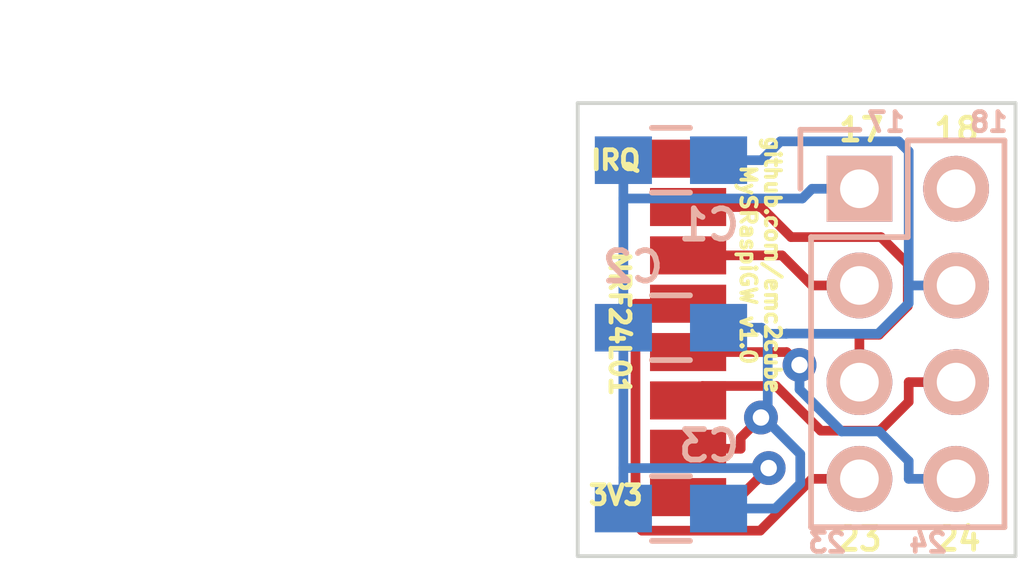
<source format=kicad_pcb>

(kicad_pcb
  (version 4)
  (host pcbnew 4.0.2-stable)
  (general
    (links 13)
    (no_connects 0)
    (area 53.949999 34.049999 65.550001 46.050001)
    (thickness 1.6002)
    (drawings 16)
    (tracks 72)
    (zones 0)
    (modules 5)
    (nets 10))
  (page A4)
  (layers
    (0 Top signal)
    (31 Bottom signal)
    (32 B.Adhes user)
    (33 F.Adhes user)
    (34 B.Paste user)
    (35 F.Paste user)
    (36 B.SilkS user)
    (37 F.SilkS user)
    (38 B.Mask user)
    (39 F.Mask user)
    (40 Dwgs.User user)
    (41 Cmts.User user)
    (42 Eco1.User user)
    (43 Eco2.User user)
    (44 Edge.Cuts user)
    (45 Margin user)
    (46 B.CrtYd user)
    (47 F.CrtYd user)
    (48 B.Fab user)
    (49 F.Fab user))
  (setup
    (last_trace_width 0.254)
    (trace_clearance 0.254)
    (zone_clearance 0.508)
    (zone_45_only no)
    (trace_min 0.1524)
    (segment_width 0.2)
    (edge_width 0.1)
    (via_size 0.889)
    (via_drill 0.4318)
    (via_min_size 0.6858)
    (via_min_drill 0.3302)
    (uvia_size 0.762)
    (uvia_drill 0.508)
    (uvias_allowed no)
    (uvia_min_size 0)
    (uvia_min_drill 0)
    (pcb_text_width 0.3)
    (pcb_text_size 1.5 1.5)
    (mod_edge_width 0.15)
    (mod_text_size 1 1)
    (mod_text_width 0.15)
    (pad_size 1 2)
    (pad_drill 0)
    (pad_to_mask_clearance 0)
    (aux_axis_origin 0 0)
    (visible_elements FFFFFFFF)
    (pcbplotparams
      (layerselection 0x010f0_80000001)
      (usegerberextensions true)
      (excludeedgelayer true)
      (linewidth 0.1)
      (plotframeref false)
      (viasonmask false)
      (mode 1)
      (useauxorigin false)
      (hpglpennumber 1)
      (hpglpenspeed 20)
      (hpglpendiameter 15)
      (hpglpenoverlay 2)
      (psnegative false)
      (psa4output false)
      (plotreference true)
      (plotvalue true)
      (plotinvisibletext false)
      (padsonsilk false)
      (subtractmaskfromsilk false)
      (outputformat 1)
      (mirror false)
      (drillshape 0)
      (scaleselection 1)
      (outputdirectory "")))
  (net 0 "")
  (net 1 +3V3)
  (net 2 GND)
  (net 3 MOSI)
  (net 4 MISO)
  (net 5 CE)
  (net 6 SCK)
  (net 7 CSN)
  (net 8 "Net-(U1-Pad8)")
  (net 9 "Net-(P1-Pad2)")
  (net_class Default "Ceci est la Netclass par défaut"
    (clearance 0.254)
    (trace_width 0.254)
    (via_dia 0.889)
    (via_drill 0.4318)
    (uvia_dia 0.762)
    (uvia_drill 0.508)
    (add_net +3V3)
    (add_net CE)
    (add_net CSN)
    (add_net GND)
    (add_net MISO)
    (add_net MOSI)
    (add_net "Net-(P1-Pad2)")
    (add_net "Net-(U1-Pad8)")
    (add_net SCK))
  (net_class VCC ""
    (clearance 0.3048)
    (trace_width 0.508)
    (via_dia 1.143)
    (via_drill 0.635)
    (uvia_dia 0.762)
    (uvia_drill 0.508))
  (module Capacitors_SMD:C_0805_HandSoldering
    (layer Bottom)
    (tedit 574AADBC)
    (tstamp 573AD2DE)
    (at 56.45 35.6)
    (descr "Capacitor SMD 0805, hand soldering")
    (tags "capacitor 0805")
    (path /573AD2DF)
    (attr smd)
    (fp_text reference C1
      (at 1 1.7)
      (layer B.SilkS)
      (effects
        (font
          (size 0.8 0.8)
          (thickness 0.15))
        (justify mirror)))
    (fp_text value 0.1µF
      (at 0 -2.1)
      (layer B.Fab)
      (effects
        (font
          (size 1 1)
          (thickness 0.15))
        (justify mirror)))
    (fp_line
      (start -2.3 1)
      (end 2.3 1)
      (layer B.CrtYd)
      (width 0.05))
    (fp_line
      (start -2.3 -1)
      (end 2.3 -1)
      (layer B.CrtYd)
      (width 0.05))
    (fp_line
      (start -2.3 1)
      (end -2.3 -1)
      (layer B.CrtYd)
      (width 0.05))
    (fp_line
      (start 2.3 1)
      (end 2.3 -1)
      (layer B.CrtYd)
      (width 0.05))
    (fp_line
      (start 0.5 0.85)
      (end -0.5 0.85)
      (layer B.SilkS)
      (width 0.15))
    (fp_line
      (start -0.5 -0.85)
      (end 0.5 -0.85)
      (layer B.SilkS)
      (width 0.15))
    (pad 1 smd rect
      (at -1.25 0)
      (size 1.5 1.25)
      (layers Bottom B.Paste B.Mask)
      (net 1 +3V3))
    (pad 2 smd rect
      (at 1.25 0)
      (size 1.5 1.25)
      (layers Bottom B.Paste B.Mask)
      (net 2 GND))
    (model Capacitors_SMD.3dshapes/C_0805_HandSoldering.wrl
      (at
        (xyz 0 0 0))
      (scale
        (xyz 1 1 1))
      (rotate
        (xyz 0 0 0))))
  (module Capacitors_SMD:C_0805_HandSoldering
    (layer Bottom)
    (tedit 574AADD1)
    (tstamp 573AD2E4)
    (at 56.45 40)
    (descr "Capacitor SMD 0805, hand soldering")
    (tags "capacitor 0805")
    (path /5701C54D)
    (attr smd)
    (fp_text reference C2
      (at -1 -1.6)
      (layer B.SilkS)
      (effects
        (font
          (size 0.8 0.8)
          (thickness 0.15))
        (justify mirror)))
    (fp_text value 4.7µF
      (at 0 -2.1)
      (layer B.Fab)
      (effects
        (font
          (size 1 1)
          (thickness 0.15))
        (justify mirror)))
    (fp_line
      (start -2.3 1)
      (end 2.3 1)
      (layer B.CrtYd)
      (width 0.05))
    (fp_line
      (start -2.3 -1)
      (end 2.3 -1)
      (layer B.CrtYd)
      (width 0.05))
    (fp_line
      (start -2.3 1)
      (end -2.3 -1)
      (layer B.CrtYd)
      (width 0.05))
    (fp_line
      (start 2.3 1)
      (end 2.3 -1)
      (layer B.CrtYd)
      (width 0.05))
    (fp_line
      (start 0.5 0.85)
      (end -0.5 0.85)
      (layer B.SilkS)
      (width 0.15))
    (fp_line
      (start -0.5 -0.85)
      (end 0.5 -0.85)
      (layer B.SilkS)
      (width 0.15))
    (pad 1 smd rect
      (at -1.25 0)
      (size 1.5 1.25)
      (layers Bottom B.Paste B.Mask)
      (net 1 +3V3))
    (pad 2 smd rect
      (at 1.25 0)
      (size 1.5 1.25)
      (layers Bottom B.Paste B.Mask)
      (net 2 GND))
    (model Capacitors_SMD.3dshapes/C_0805_HandSoldering.wrl
      (at
        (xyz 0 0 0))
      (scale
        (xyz 1 1 1))
      (rotate
        (xyz 0 0 0))))
  (module Capacitors_SMD:C_0805_HandSoldering
    (layer Bottom)
    (tedit 574AADAF)
    (tstamp 573AD2EA)
    (at 56.45 44.75)
    (descr "Capacitor SMD 0805, hand soldering")
    (tags "capacitor 0805")
    (path /573AD311)
    (attr smd)
    (fp_text reference C3
      (at 1 -1.65)
      (layer B.SilkS)
      (effects
        (font
          (size 0.8 0.8)
          (thickness 0.15))
        (justify mirror)))
    (fp_text value 47µF
      (at 0 -2.1)
      (layer B.Fab)
      (effects
        (font
          (size 1 1)
          (thickness 0.15))
        (justify mirror)))
    (fp_line
      (start -2.3 1)
      (end 2.3 1)
      (layer B.CrtYd)
      (width 0.05))
    (fp_line
      (start -2.3 -1)
      (end 2.3 -1)
      (layer B.CrtYd)
      (width 0.05))
    (fp_line
      (start -2.3 1)
      (end -2.3 -1)
      (layer B.CrtYd)
      (width 0.05))
    (fp_line
      (start 2.3 1)
      (end 2.3 -1)
      (layer B.CrtYd)
      (width 0.05))
    (fp_line
      (start 0.5 0.85)
      (end -0.5 0.85)
      (layer B.SilkS)
      (width 0.15))
    (fp_line
      (start -0.5 -0.85)
      (end 0.5 -0.85)
      (layer B.SilkS)
      (width 0.15))
    (pad 1 smd rect
      (at -1.25 0)
      (size 1.5 1.25)
      (layers Bottom B.Paste B.Mask)
      (net 1 +3V3))
    (pad 2 smd rect
      (at 1.25 0)
      (size 1.5 1.25)
      (layers Bottom B.Paste B.Mask)
      (net 2 GND))
    (model Capacitors_SMD.3dshapes/C_0805_HandSoldering.wrl
      (at
        (xyz 0 0 0))
      (scale
        (xyz 1 1 1))
      (rotate
        (xyz 0 0 0))))
  (module mysensors_radios:NRF24L01-SMD
    (layer Top)
    (tedit 574A82E6)
    (tstamp 573AD302)
    (at 48.2 40.05 90)
    (path /56F8DB79)
    (fp_text reference U1
      (at 0 1.1 90)
      (layer F.SilkS) hide
      (effects
        (font
          (size 1 1)
          (thickness 0.15))))
    (fp_text value NRF24L01
      (at 0 -4.8 90)
      (layer F.Fab)
      (effects
        (font
          (size 1 1)
          (thickness 0.15))))
    (fp_line
      (start -6 -2.8)
      (end 6 -2.8)
      (layer F.CrtYd)
      (width 0.15))
    (fp_line
      (start -6 8.7)
      (end -6 -9.3)
      (layer F.CrtYd)
      (width 0.15))
    (fp_line
      (start 6 8.7)
      (end -6 8.7)
      (layer F.CrtYd)
      (width 0.15))
    (fp_line
      (start 6 -9.3)
      (end 6 8.7)
      (layer F.CrtYd)
      (width 0.15))
    (fp_line
      (start -6 -9.3)
      (end 6 -9.3)
      (layer F.CrtYd)
      (width 0.15))
    (pad 2 smd rect
      (at -4.4 8.7 90)
      (size 1 2)
      (layers Top F.Paste F.Mask)
      (net 1 +3V3))
    (pad 1 smd rect
      (at -3.13 8.7 90)
      (size 1 2)
      (layers Top F.Paste F.Mask)
      (net 2 GND))
    (pad 3 smd rect
      (at -1.86 8.7 90)
      (size 1 2)
      (layers Top F.Paste F.Mask)
      (net 5 CE))
    (pad 4 smd rect
      (at -0.59 8.7 90)
      (size 1 2)
      (layers Top F.Paste F.Mask)
      (net 7 CSN))
    (pad 5 smd rect
      (at 0.68 8.7 90)
      (size 1 2)
      (layers Top F.Paste F.Mask)
      (net 6 SCK))
    (pad 6 smd rect
      (at 1.95 8.7 90)
      (size 1 2)
      (layers Top F.Paste F.Mask)
      (net 3 MOSI))
    (pad 7 smd rect
      (at 3.22 8.7 90)
      (size 1 2)
      (layers Top F.Paste F.Mask)
      (net 4 MISO))
    (pad 8 smd rect
      (at 4.49 8.7 90)
      (size 1 2)
      (layers Top F.Paste F.Mask)
      (net 8 "Net-(U1-Pad8)"))
    (model ${MYSLOCAL}/mysensors.3dshapes/mysensors_radios.3dshapes/nrf24smd.wrl
      (at
        (xyz -5.7625 2.9 0.03))
      (scale
        (xyz 0.395 0.395 0.395))
      (rotate
        (xyz 0 0 0)))
    (model Housings_DFN_QFN.3dshapes/QFN-20-1EP_5x5mm_Pitch0.65mm.wrl
      (at
        (xyz 0.0165 -0.109 0.062))
      (scale
        (xyz 1 1 1))
      (rotate
        (xyz 0 0 0))))
  (module Socket_Strips:Socket_Strip_Straight_2x04
    (layer Bottom)
    (tedit 574CBD7A)
    (tstamp inf)
    (at 61.4 36.35 270)
    (descr "Through hole socket strip")
    (tags "socket strip")
    (path /573ACFFE)
    (fp_text reference P1
      (at 0.05 0 360)
      (layer B.SilkS) hide
      (effects
        (font
          (size 1 1)
          (thickness 0.15))
        (justify mirror)))
    (fp_text value CONN_02X04
      (at 0 3.1 270)
      (layer B.Fab)
      (effects
        (font
          (size 1 1)
          (thickness 0.15))
        (justify mirror)))
    (fp_line
      (start -1.75 1.75)
      (end -1.75 -4.3)
      (layer B.CrtYd)
      (width 0.05))
    (fp_line
      (start 9.4 1.75)
      (end 9.4 -4.3)
      (layer B.CrtYd)
      (width 0.05))
    (fp_line
      (start -1.75 1.75)
      (end 9.4 1.75)
      (layer B.CrtYd)
      (width 0.05))
    (fp_line
      (start -1.75 -4.3)
      (end 9.4 -4.3)
      (layer B.CrtYd)
      (width 0.05))
    (fp_line
      (start 1.27 1.27)
      (end 8.89 1.27)
      (layer B.SilkS)
      (width 0.15))
    (fp_line
      (start 8.89 1.27)
      (end 8.89 -3.81)
      (layer B.SilkS)
      (width 0.15))
    (fp_line
      (start 8.89 -3.81)
      (end -1.27 -3.81)
      (layer B.SilkS)
      (width 0.15))
    (fp_line
      (start -1.27 -3.81)
      (end -1.27 -1.27)
      (layer B.SilkS)
      (width 0.15))
    (fp_line
      (start 0 1.55)
      (end -1.55 1.55)
      (layer B.SilkS)
      (width 0.15))
    (fp_line
      (start -1.27 -1.27)
      (end 1.27 -1.27)
      (layer B.SilkS)
      (width 0.15))
    (fp_line
      (start 1.27 -1.27)
      (end 1.27 1.27)
      (layer B.SilkS)
      (width 0.15))
    (fp_line
      (start -1.55 1.55)
      (end -1.55 0)
      (layer B.SilkS)
      (width 0.15))
    (pad 1 thru_hole rect
      (at 0 0 270)
      (size 1.7272 1.7272)
      (drill 1.016)
      (layers *.Cu *.Mask B.SilkS)
      (net 1 +3V3))
    (pad 2 thru_hole oval
      (at 0 -2.54 270)
      (size 1.7272 1.7272)
      (drill 1.016)
      (layers *.Cu *.Mask B.SilkS)
      (net 9 "Net-(P1-Pad2)"))
    (pad 3 thru_hole oval
      (at 2.54 0 270)
      (size 1.7272 1.7272)
      (drill 1.016)
      (layers *.Cu *.Mask B.SilkS)
      (net 3 MOSI))
    (pad 4 thru_hole oval
      (at 2.54 -2.54 270)
      (size 1.7272 1.7272)
      (drill 1.016)
      (layers *.Cu *.Mask B.SilkS)
      (net 2 GND))
    (pad 5 thru_hole oval
      (at 5.08 0 270)
      (size 1.7272 1.7272)
      (drill 1.016)
      (layers *.Cu *.Mask B.SilkS)
      (net 4 MISO))
    (pad 6 thru_hole oval
      (at 5.08 -2.54 270)
      (size 1.7272 1.7272)
      (drill 1.016)
      (layers *.Cu *.Mask B.SilkS)
      (net 5 CE))
    (pad 7 thru_hole oval
      (at 7.62 0 270)
      (size 1.7272 1.7272)
      (drill 1.016)
      (layers *.Cu *.Mask B.SilkS)
      (net 6 SCK))
    (pad 8 thru_hole oval
      (at 7.62 -2.54 270)
      (size 1.7272 1.7272)
      (drill 1.016)
      (layers *.Cu *.Mask B.SilkS)
      (net 7 CSN))
    (model Socket_Strips.3dshapes/Socket_Strip_Straight_2x04.wrl
      (at
        (xyz 0.15 -0.05 0))
      (scale
        (xyz 1 1 1))
      (rotate
        (xyz 0 0 180))))
  (gr_text 3V3
    (at 55 44.4)
    (layer F.SilkS)
    (effects
      (font
        (size 0.5 0.5)
        (thickness 0.125))))
  (gr_text IRQ
    (at 55 35.6)
    (layer F.SilkS)
    (effects
      (font
        (size 0.5 0.5)
        (thickness 0.125))))
  (gr_text NRF24L01
    (at 55.1 39.9 270)
    (layer F.SilkS)
    (effects
      (font
        (size 0.5 0.5)
        (thickness 0.125))))
  (gr_text "github.com/emc2cube\nMySRaspiGW v1.0"
    (at 58.8 38.35 270)
    (layer F.SilkS)
    (effects
      (font
        (size 0.4 0.4)
        (thickness 0.1))))
  (gr_text 23
    (at 60.55 45.65)
    (layer B.SilkS)
    (effects
      (font
        (size 0.5 0.5)
        (thickness 0.125))
      (justify mirror)))
  (gr_text 24
    (at 63.2 45.65)
    (layer B.SilkS)
    (effects
      (font
        (size 0.5 0.5)
        (thickness 0.125))
      (justify mirror)))
  (gr_text 18
    (at 63.95 34.8)
    (layer F.SilkS)
    (effects
      (font
        (size 0.6 0.6)
        (thickness 0.125))))
  (gr_text 17
    (at 61.45 34.8)
    (layer F.SilkS)
    (effects
      (font
        (size 0.6 0.6)
        (thickness 0.125))))
  (gr_text 23
    (at 61.4 45.55)
    (layer F.SilkS)
    (effects
      (font
        (size 0.6 0.6)
        (thickness 0.125))))
  (gr_text 24
    (at 64 45.55)
    (layer F.SilkS)
    (effects
      (font
        (size 0.6 0.6)
        (thickness 0.125))))
  (gr_text 18
    (at 64.8 34.6)
    (layer B.SilkS)
    (effects
      (font
        (size 0.5 0.5)
        (thickness 0.125))
      (justify mirror)))
  (gr_text 17
    (at 62.1 34.6)
    (layer B.SilkS)
    (effects
      (font
        (size 0.5 0.5)
        (thickness 0.125))
      (justify mirror)))
  (gr_line
    (start 54 46)
    (end 65.5 46)
    (angle 90)
    (layer Edge.Cuts)
    (width 0.1))
  (gr_line
    (start 54 34.1)
    (end 54 46)
    (angle 90)
    (layer Edge.Cuts)
    (width 0.1))
  (gr_line
    (start 65.5 34.1)
    (end 54 34.1)
    (angle 90)
    (layer Edge.Cuts)
    (width 0.1))
  (gr_line
    (start 65.5 46)
    (end 65.5 34.1)
    (angle 90)
    (layer Edge.Cuts)
    (width 0.1))
  (via
    (at 59.0167 43.6874)
    (size 0.889)
    (layers Top Bottom)
    (net 1))
  (via
    (at 58.8142 42.3593)
    (size 0.889)
    (layers Top Bottom)
    (net 2))
  (via
    (at 59.8274 40.9798)
    (size 0.889)
    (layers Top Bottom)
    (net 7))
  (segment
    (start 59.8988 36.6063)
    (end 55.2 36.6063)
    (width 0.254)
    (layer Bottom)
    (net 1))
  (segment
    (start 60.1551 36.35)
    (end 59.8988 36.6063)
    (width 0.254)
    (layer Bottom)
    (net 1))
  (segment
    (start 61.4 36.35)
    (end 60.1551 36.35)
    (width 0.254)
    (layer Bottom)
    (net 1))
  (segment
    (start 55.2 35.6)
    (end 55.2 36.6063)
    (width 0.254)
    (layer Bottom)
    (net 1))
  (segment
    (start 55.2 40)
    (end 55.2 36.6063)
    (width 0.254)
    (layer Bottom)
    (net 1))
  (segment
    (start 58.2813 44.4228)
    (end 59.0167 43.6874)
    (width 0.254)
    (layer Top)
    (net 1))
  (segment
    (start 58.2813 44.45)
    (end 58.2813 44.4228)
    (width 0.254)
    (layer Top)
    (net 1))
  (segment
    (start 55.2 43.6874)
    (end 59.0167 43.6874)
    (width 0.254)
    (layer Bottom)
    (net 1))
  (segment
    (start 55.2 44.75)
    (end 55.2 43.6874)
    (width 0.254)
    (layer Bottom)
    (net 1))
  (segment
    (start 55.2 43.6874)
    (end 55.2 40)
    (width 0.254)
    (layer Bottom)
    (net 1))
  (segment
    (start 56.9 44.45)
    (end 58.2813 44.45)
    (width 0.254)
    (layer Top)
    (net 1))
  (segment
    (start 63.94 38.89)
    (end 62.6951 38.89)
    (width 0.254)
    (layer Bottom)
    (net 2))
  (segment
    (start 57.7 40)
    (end 58.8313 40)
    (width 0.254)
    (layer Bottom)
    (net 2))
  (segment
    (start 58.9913 40.16)
    (end 58.8313 40)
    (width 0.254)
    (layer Bottom)
    (net 2))
  (segment
    (start 57.7 35.6)
    (end 58.8313 35.6)
    (width 0.254)
    (layer Bottom)
    (net 2))
  (segment
    (start 62.6951 38.89)
    (end 62.695 38.89)
    (width 0.254)
    (layer Bottom)
    (net 2))
  (segment
    (start 59.3263 35.105)
    (end 58.8313 35.6)
    (width 0.254)
    (layer Bottom)
    (net 2))
  (segment
    (start 62.4319 35.105)
    (end 59.3263 35.105)
    (width 0.254)
    (layer Bottom)
    (net 2))
  (segment
    (start 62.695 35.3681)
    (end 62.4319 35.105)
    (width 0.254)
    (layer Bottom)
    (net 2))
  (segment
    (start 62.695 38.89)
    (end 62.695 35.3681)
    (width 0.254)
    (layer Bottom)
    (net 2))
  (segment
    (start 56.9 43.18)
    (end 58.2813 43.18)
    (width 0.254)
    (layer Top)
    (net 2))
  (segment
    (start 59.4794 40.16)
    (end 58.9913 40.16)
    (width 0.254)
    (layer Bottom)
    (net 2))
  (segment
    (start 59.4854 40.154)
    (end 59.4794 40.16)
    (width 0.254)
    (layer Bottom)
    (net 2))
  (segment
    (start 60.1695 40.154)
    (end 59.4854 40.154)
    (width 0.254)
    (layer Bottom)
    (net 2))
  (segment
    (start 60.1755 40.16)
    (end 60.1695 40.154)
    (width 0.254)
    (layer Bottom)
    (net 2))
  (segment
    (start 61.8919 40.16)
    (end 60.1755 40.16)
    (width 0.254)
    (layer Bottom)
    (net 2))
  (segment
    (start 62.695 39.3569)
    (end 61.8919 40.16)
    (width 0.254)
    (layer Bottom)
    (net 2))
  (segment
    (start 62.695 38.89)
    (end 62.695 39.3569)
    (width 0.254)
    (layer Bottom)
    (net 2))
  (segment
    (start 58.9913 42.1822)
    (end 58.8142 42.3593)
    (width 0.254)
    (layer Bottom)
    (net 2))
  (segment
    (start 58.9913 40.16)
    (end 58.9913 42.1822)
    (width 0.254)
    (layer Bottom)
    (net 2))
  (segment
    (start 58.2813 42.8922)
    (end 58.8142 42.3593)
    (width 0.254)
    (layer Top)
    (net 2))
  (segment
    (start 58.2813 43.18)
    (end 58.2813 42.8922)
    (width 0.254)
    (layer Top)
    (net 2))
  (segment
    (start 59.1913 44.75)
    (end 57.7 44.75)
    (width 0.254)
    (layer Bottom)
    (net 2))
  (segment
    (start 59.8463 44.095)
    (end 59.1913 44.75)
    (width 0.254)
    (layer Bottom)
    (net 2))
  (segment
    (start 59.8463 43.3192)
    (end 59.8463 44.095)
    (width 0.254)
    (layer Bottom)
    (net 2))
  (segment
    (start 58.8864 42.3593)
    (end 59.8463 43.3192)
    (width 0.254)
    (layer Bottom)
    (net 2))
  (segment
    (start 58.8142 42.3593)
    (end 58.8864 42.3593)
    (width 0.254)
    (layer Bottom)
    (net 2))
  (segment
    (start 59.3651 38.1)
    (end 56.9 38.1)
    (width 0.254)
    (layer Top)
    (net 3))
  (segment
    (start 60.1551 38.89)
    (end 59.3651 38.1)
    (width 0.254)
    (layer Top)
    (net 3))
  (segment
    (start 61.4 38.89)
    (end 60.1551 38.89)
    (width 0.254)
    (layer Top)
    (net 3))
  (segment
    (start 61.9158 40.1851)
    (end 61.4 40.1851)
    (width 0.254)
    (layer Top)
    (net 4))
  (segment
    (start 62.67 39.4309)
    (end 61.9158 40.1851)
    (width 0.254)
    (layer Top)
    (net 4))
  (segment
    (start 62.67 38.3245)
    (end 62.67 39.4309)
    (width 0.254)
    (layer Top)
    (net 4))
  (segment
    (start 61.9655 37.62)
    (end 62.67 38.3245)
    (width 0.254)
    (layer Top)
    (net 4))
  (segment
    (start 59.6041 37.62)
    (end 61.9655 37.62)
    (width 0.254)
    (layer Top)
    (net 4))
  (segment
    (start 58.8141 36.83)
    (end 59.6041 37.62)
    (width 0.254)
    (layer Top)
    (net 4))
  (segment
    (start 56.9 36.83)
    (end 58.8141 36.83)
    (width 0.254)
    (layer Top)
    (net 4))
  (segment
    (start 61.4 41.43)
    (end 61.4 40.1851)
    (width 0.254)
    (layer Top)
    (net 4))
  (segment
    (start 63.94 41.43)
    (end 62.6951 41.43)
    (width 0.254)
    (layer Top)
    (net 5))
  (segment
    (start 57.2791 41.5309)
    (end 56.9 41.91)
    (width 0.254)
    (layer Top)
    (net 5))
  (segment
    (start 59.2105 41.5309)
    (end 57.2791 41.5309)
    (width 0.254)
    (layer Top)
    (net 5))
  (segment
    (start 60.3846 42.705)
    (end 59.2105 41.5309)
    (width 0.254)
    (layer Top)
    (net 5))
  (segment
    (start 61.9359 42.705)
    (end 60.3846 42.705)
    (width 0.254)
    (layer Top)
    (net 5))
  (segment
    (start 62.6951 41.9458)
    (end 61.9359 42.705)
    (width 0.254)
    (layer Top)
    (net 5))
  (segment
    (start 62.6951 41.43)
    (end 62.6951 41.9458)
    (width 0.254)
    (layer Top)
    (net 5))
  (segment
    (start 55.5187 45.1608)
    (end 55.5187 39.37)
    (width 0.254)
    (layer Top)
    (net 6))
  (segment
    (start 55.6893 45.3314)
    (end 55.5187 45.1608)
    (width 0.254)
    (layer Top)
    (net 6))
  (segment
    (start 58.7937 45.3314)
    (end 55.6893 45.3314)
    (width 0.254)
    (layer Top)
    (net 6))
  (segment
    (start 60.1551 43.97)
    (end 58.7937 45.3314)
    (width 0.254)
    (layer Top)
    (net 6))
  (segment
    (start 61.4 43.97)
    (end 60.1551 43.97)
    (width 0.254)
    (layer Top)
    (net 6))
  (segment
    (start 56.9 39.37)
    (end 55.5187 39.37)
    (width 0.254)
    (layer Top)
    (net 6))
  (segment
    (start 63.94 43.97)
    (end 62.6951 43.97)
    (width 0.254)
    (layer Bottom)
    (net 7))
  (segment
    (start 59.8274 41.6201)
    (end 59.8274 40.9798)
    (width 0.254)
    (layer Bottom)
    (net 7))
  (segment
    (start 60.9324 42.7251)
    (end 59.8274 41.6201)
    (width 0.254)
    (layer Bottom)
    (net 7))
  (segment
    (start 61.9171 42.7251)
    (end 60.9324 42.7251)
    (width 0.254)
    (layer Bottom)
    (net 7))
  (segment
    (start 62.6951 43.5031)
    (end 61.9171 42.7251)
    (width 0.254)
    (layer Bottom)
    (net 7))
  (segment
    (start 62.6951 43.97)
    (end 62.6951 43.5031)
    (width 0.254)
    (layer Bottom)
    (net 7))
  (segment
    (start 59.4876 40.64)
    (end 59.8274 40.9798)
    (width 0.254)
    (layer Top)
    (net 7))
  (segment
    (start 56.9 40.64)
    (end 59.4876 40.64)
    (width 0.254)
    (layer Top)
    (net 7)))
</source>
